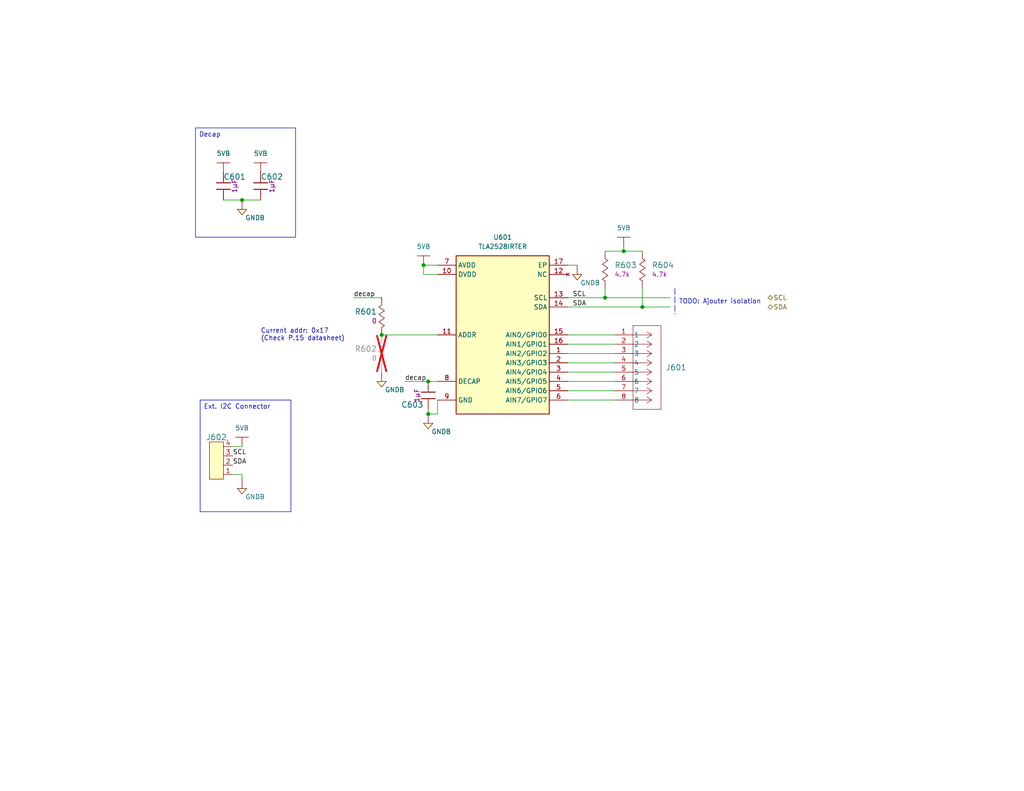
<source format=kicad_sch>
(kicad_sch (version 20231120) (generator "eeschema") (generator_version "8.0")
  (paper "USLetter")
  (lib_symbols
    (symbol "ADC:TLA2528IRTER"
      (property "Reference" "U" (at 31.75 22.86 0))
      (property "Value" "TLA2528IRTER" (at 31.75 20.32 0))
      (symbol "TLA2528IRTER_1_1"
        (rectangle (start 5.08 17.78) (end 30.48 -25.4) (stroke (width 0.254)) (fill (type background)))
        (pin passive line (at 0 -8.89 0) (length 5.08) (name "AIN2/GPIO2") (number "1"))
        (pin passive line (at 35.56 12.7 180) (length 5.08) (name "DVDD") (number "10"))
        (pin passive line (at 35.56 -3.81 180) (length 5.08) (name "ADDR") (number "11"))
        (pin no_connect line (at 0 12.7 0) (length 5.08) (name "NC") (number "12"))
        (pin passive line (at 0 6.35 0) (length 5.08) (name "SCL") (number "13"))
        (pin passive line (at 0 3.81 0) (length 5.08) (name "SDA") (number "14"))
        (pin passive line (at 0 -3.81 0) (length 5.08) (name "AIN0/GPIO0") (number "15"))
        (pin passive line (at 0 -6.35 0) (length 5.08) (name "AIN1/GPIO1") (number "16"))
        (pin passive line (at 0 15.24 0) (length 5.08) (name "EP") (number "17"))
        (pin passive line (at 0 -11.43 0) (length 5.08) (name "AIN3/GPIO3") (number "2"))
        (pin passive line (at 0 -13.97 0) (length 5.08) (name "AIN4/GPIO4") (number "3"))
        (pin passive line (at 0 -16.51 0) (length 5.08) (name "AIN5/GPIO5") (number "4"))
        (pin passive line (at 0 -19.05 0) (length 5.08) (name "AIN6/GPIO6") (number "5"))
        (pin passive line (at 0 -21.59 0) (length 5.08) (name "AIN7/GPIO7") (number "6"))
        (pin passive line (at 35.56 15.24 180) (length 5.08) (name "AVDD") (number "7"))
        (pin passive line (at 35.56 -16.51 180) (length 5.08) (name "DECAP") (number "8"))
        (pin passive line (at 35.56 -21.59 180) (length 5.08) (name "GND") (number "9"))
      )
    )
    (symbol "Capacitors:885012106022" (pin_numbers hide) (pin_names (offset 0) hide)
      (property "Reference" "C" (at -1.27 4.064 0))
      (property "Capacitance (Farad)" "1µF" (at -1.27 -3.048 0))
      (symbol "885012106022_0_1"
        (polyline (pts (xy -2.54 0) (xy -2.286 0)))
        (polyline (pts (xy -2.159 1.905) (xy -2.159 -1.905)) (stroke (width 0.254)))
        (polyline (pts (xy -0.381 1.905) (xy -0.381 -1.905)) (stroke (width 0.254)))
        (polyline (pts (xy 0 0) (xy -0.254 0)))
        (polyline (pts (xy 0.635 0) (xy 1.27 0)))
      )
      (symbol "885012106022_1_1"
        (pin passive line (at -5.08 0 0) (length 2.54) (name "1") (number "1"))
        (pin passive line (at 2.54 0 180) (length 2.54) (name "2") (number "2"))
      )
    )
    (symbol "Connectors:2350514-8" (pin_names (offset 0.254))
      (property "Reference" "J" (at 8.89 6.35 0))
      (symbol "2350514-8_1_1"
        (polyline (pts (xy 5.08 -20.32) (xy 12.7 -20.32)) (stroke (width 0.127)))
        (polyline (pts (xy 5.08 2.54) (xy 5.08 -20.32)) (stroke (width 0.127)))
        (polyline (pts (xy 10.16 -17.78) (xy 5.08 -17.78)) (stroke (width 0.127)))
        (polyline (pts (xy 10.16 -17.78) (xy 8.89 -18.6267)) (stroke (width 0.127)))
        (polyline (pts (xy 10.16 -17.78) (xy 8.89 -16.9333)) (stroke (width 0.127)))
        (polyline (pts (xy 10.16 -15.24) (xy 5.08 -15.24)) (stroke (width 0.127)))
        (polyline (pts (xy 10.16 -15.24) (xy 8.89 -16.0867)) (stroke (width 0.127)))
        (polyline (pts (xy 10.16 -15.24) (xy 8.89 -14.3933)) (stroke (width 0.127)))
        (polyline (pts (xy 10.16 -12.7) (xy 5.08 -12.7)) (stroke (width 0.127)))
        (polyline (pts (xy 10.16 -12.7) (xy 8.89 -13.5467)) (stroke (width 0.127)))
        (polyline (pts (xy 10.16 -12.7) (xy 8.89 -11.8533)) (stroke (width 0.127)))
        (polyline (pts (xy 10.16 -10.16) (xy 5.08 -10.16)) (stroke (width 0.127)))
        (polyline (pts (xy 10.16 -10.16) (xy 8.89 -11.0067)) (stroke (width 0.127)))
        (polyline (pts (xy 10.16 -10.16) (xy 8.89 -9.3133)) (stroke (width 0.127)))
        (polyline (pts (xy 10.16 -7.62) (xy 5.08 -7.62)) (stroke (width 0.127)))
        (polyline (pts (xy 10.16 -7.62) (xy 8.89 -8.4667)) (stroke (width 0.127)))
        (polyline (pts (xy 10.16 -7.62) (xy 8.89 -6.7733)) (stroke (width 0.127)))
        (polyline (pts (xy 10.16 -5.08) (xy 5.08 -5.08)) (stroke (width 0.127)))
        (polyline (pts (xy 10.16 -5.08) (xy 8.89 -5.9267)) (stroke (width 0.127)))
        (polyline (pts (xy 10.16 -5.08) (xy 8.89 -4.2333)) (stroke (width 0.127)))
        (polyline (pts (xy 10.16 -2.54) (xy 5.08 -2.54)) (stroke (width 0.127)))
        (polyline (pts (xy 10.16 -2.54) (xy 8.89 -3.3867)) (stroke (width 0.127)))
        (polyline (pts (xy 10.16 -2.54) (xy 8.89 -1.6933)) (stroke (width 0.127)))
        (polyline (pts (xy 10.16 0) (xy 5.08 0)) (stroke (width 0.127)))
        (polyline (pts (xy 10.16 0) (xy 8.89 -0.8467)) (stroke (width 0.127)))
        (polyline (pts (xy 10.16 0) (xy 8.89 0.8467)) (stroke (width 0.127)))
        (polyline (pts (xy 12.7 -20.32) (xy 12.7 2.54)) (stroke (width 0.127)))
        (polyline (pts (xy 12.7 2.54) (xy 5.08 2.54)) (stroke (width 0.127)))
        (pin unspecified line (at 0 0 0) (length 5.08) (name "1") (number "1"))
        (pin unspecified line (at 0 -2.54 0) (length 5.08) (name "2") (number "2"))
        (pin unspecified line (at 0 -5.08 0) (length 5.08) (name "3") (number "3"))
        (pin unspecified line (at 0 -7.62 0) (length 5.08) (name "4") (number "4"))
        (pin unspecified line (at 0 -10.16 0) (length 5.08) (name "5") (number "5"))
        (pin unspecified line (at 0 -12.7 0) (length 5.08) (name "6") (number "6"))
        (pin unspecified line (at 0 -15.24 0) (length 5.08) (name "7") (number "7"))
        (pin unspecified line (at 0 -17.78 0) (length 5.08) (name "8") (number "8"))
      )
      (symbol "2350514-8_1_2"
        (polyline (pts (xy 5.08 -20.32) (xy 12.7 -20.32)) (stroke (width 0.127)))
        (polyline (pts (xy 5.08 2.54) (xy 5.08 -20.32)) (stroke (width 0.127)))
        (polyline (pts (xy 7.62 -17.78) (xy 5.08 -17.78)) (stroke (width 0.127)))
        (polyline (pts (xy 7.62 -17.78) (xy 8.89 -18.6267)) (stroke (width 0.127)))
        (polyline (pts (xy 7.62 -17.78) (xy 8.89 -16.9333)) (stroke (width 0.127)))
        (polyline (pts (xy 7.62 -15.24) (xy 5.08 -15.24)) (stroke (width 0.127)))
        (polyline (pts (xy 7.62 -15.24) (xy 8.89 -16.0867)) (stroke (width 0.127)))
        (polyline (pts (xy 7.62 -15.24) (xy 8.89 -14.3933)) (stroke (width 0.127)))
        (polyline (pts (xy 7.62 -12.7) (xy 5.08 -12.7)) (stroke (width 0.127)))
        (polyline (pts (xy 7.62 -12.7) (xy 8.89 -13.5467)) (stroke (width 0.127)))
        (polyline (pts (xy 7.62 -12.7) (xy 8.89 -11.8533)) (stroke (width 0.127)))
        (polyline (pts (xy 7.62 -10.16) (xy 5.08 -10.16)) (stroke (width 0.127)))
        (polyline (pts (xy 7.62 -10.16) (xy 8.89 -11.0067)) (stroke (width 0.127)))
        (polyline (pts (xy 7.62 -10.16) (xy 8.89 -9.3133)) (stroke (width 0.127)))
        (polyline (pts (xy 7.62 -7.62) (xy 5.08 -7.62)) (stroke (width 0.127)))
        (polyline (pts (xy 7.62 -7.62) (xy 8.89 -8.4667)) (stroke (width 0.127)))
        (polyline (pts (xy 7.62 -7.62) (xy 8.89 -6.7733)) (stroke (width 0.127)))
        (polyline (pts (xy 7.62 -5.08) (xy 5.08 -5.08)) (stroke (width 0.127)))
        (polyline (pts (xy 7.62 -5.08) (xy 8.89 -5.9267)) (stroke (width 0.127)))
        (polyline (pts (xy 7.62 -5.08) (xy 8.89 -4.2333)) (stroke (width 0.127)))
        (polyline (pts (xy 7.62 -2.54) (xy 5.08 -2.54)) (stroke (width 0.127)))
        (polyline (pts (xy 7.62 -2.54) (xy 8.89 -3.3867)) (stroke (width 0.127)))
        (polyline (pts (xy 7.62 -2.54) (xy 8.89 -1.6933)) (stroke (width 0.127)))
        (polyline (pts (xy 7.62 0) (xy 5.08 0)) (stroke (width 0.127)))
        (polyline (pts (xy 7.62 0) (xy 8.89 -0.8467)) (stroke (width 0.127)))
        (polyline (pts (xy 7.62 0) (xy 8.89 0.8467)) (stroke (width 0.127)))
        (polyline (pts (xy 12.7 -20.32) (xy 12.7 2.54)) (stroke (width 0.127)))
        (polyline (pts (xy 12.7 2.54) (xy 5.08 2.54)) (stroke (width 0.127)))
        (pin unspecified line (at 0 0 0) (length 5.08) (name "1") (number "1"))
        (pin unspecified line (at 0 -2.54 0) (length 5.08) (name "2") (number "2"))
        (pin unspecified line (at 0 -5.08 0) (length 5.08) (name "3") (number "3"))
        (pin unspecified line (at 0 -7.62 0) (length 5.08) (name "4") (number "4"))
        (pin unspecified line (at 0 -10.16 0) (length 5.08) (name "5") (number "5"))
        (pin unspecified line (at 0 -12.7 0) (length 5.08) (name "6") (number "6"))
        (pin unspecified line (at 0 -15.24 0) (length 5.08) (name "7") (number "7"))
        (pin unspecified line (at 0 -17.78 0) (length 5.08) (name "8") (number "8"))
      )
    )
    (symbol "Connectors:XH-4A connector" (pin_names (offset 0) hide)
      (property "Reference" "J" (at -1.27 10.16 0))
      (symbol "XH-4A connector_0_0"
        (rectangle (start -3.81 8.89) (end 0 -1.27) (fill (type background)))
      )
      (symbol "XH-4A connector_1_1"
        (pin passive line (at 2.54 0 180) (length 2.54) (name "~") (number "1"))
        (pin passive line (at 2.54 2.54 180) (length 2.54) (name "~") (number "2"))
        (pin passive line (at 2.54 5.08 180) (length 2.54) (name "~") (number "3"))
        (pin passive line (at 2.54 7.62 180) (length 2.54) (name "~") (number "4"))
      )
    )
    (symbol "Power_Port:5VB" (power) (pin_numbers hide) (pin_names (offset 0) hide)
      (property "Value" "5VB" (at -0.254 3.556 0))
      (symbol "5VB_0_1"
        (polyline (pts (xy -1.778 2.54) (xy 0 2.54)))
        (polyline (pts (xy 0 0) (xy 0 2.54)))
        (polyline (pts (xy 0 2.54) (xy 1.778 2.54)))
      )
      (symbol "5VB_1_1"
        (pin power_in line (at 0 0 90) (length 0) hide (name "5VB") (number "1"))
      )
    )
    (symbol "Power_Port:GNDB" (power) (pin_numbers hide) (pin_names (offset 0) hide)
      (property "Value" "GNDB" (at 0 -2.54 0))
      (symbol "GNDB_0_1"
        (polyline (pts (xy 0 0) (xy 1.27 0)))
        (polyline (pts (xy -1.27 0) (xy 0 -1.524) (xy 1.27 0)) (fill (type background)))
        (polyline (pts (xy 0 2.54) (xy 0 0) (xy -1.27 0)))
      )
      (symbol "GNDB_1_1"
        (pin power_in line (at 0 2.54 90) (length 0) hide (name "GNDB") (number "1"))
      )
    )
    (symbol "Resistors:RC0805JR-070RL" (pin_numbers hide) (pin_names (offset 0) hide)
      (property "Reference" "R" (at 0 2.032 0))
      (property "Resistance (Ohms)" "0" (at 0 -1.778 0))
      (symbol "RC0805JR-070RL_0_1"
        (rectangle (start -3.048 0) (end -3.81 0))
        (polyline (pts (xy -3.048 0) (xy -2.54 0.762) (xy -2.032 0) (xy -1.524 -0.762) (xy -1.016 0) (xy -0.508 0.762) (xy 0 0) (xy 0.508 -0.762) (xy 1.016 0) (xy 1.524 0.762) (xy 2.032 0) (xy 2.54 -0.762) (xy 3.048 0)))
        (rectangle (start 3.81 0) (end 3.048 0))
      )
      (symbol "RC0805JR-070RL_1_1"
        (pin passive line (at -5.08 0 0) (length 1.27) (name "1") (number "1"))
        (pin passive line (at 5.08 0 180) (length 1.27) (name "2") (number "2"))
      )
    )
    (symbol "Resistors:RC0805JR-074K7L" (pin_numbers hide) (pin_names (offset 0) hide)
      (property "Reference" "R" (at 0 2.032 0))
      (property "Resistance (Ohms)" "4.7k" (at 0 -1.778 0))
      (symbol "RC0805JR-074K7L_0_1"
        (rectangle (start -3.048 0) (end -3.81 0))
        (polyline (pts (xy -3.048 0) (xy -2.54 0.762) (xy -2.032 0) (xy -1.524 -0.762) (xy -1.016 0) (xy -0.508 0.762) (xy 0 0) (xy 0.508 -0.762) (xy 1.016 0) (xy 1.524 0.762) (xy 2.032 0) (xy 2.54 -0.762) (xy 3.048 0)))
        (rectangle (start 3.81 0) (end 3.048 0))
      )
      (symbol "RC0805JR-074K7L_1_1"
        (pin passive line (at -5.08 0 0) (length 1.27) (name "1") (number "1"))
        (pin passive line (at 5.08 0 180) (length 1.27) (name "2") (number "2"))
      )
    )
  )
  (junction (at 116.84 104.14))
  (junction (at 66.04 54.61))
  (junction (at 165.1 81.28))
  (junction (at 170.18 68.58))
  (junction (at 116.84 113.03))
  (junction (at 115.57 72.39))
  (junction (at 175.26 83.82))
  (junction (at 104.14 91.44))
  (wire (pts (xy 154.94 104.14) (xy 167.64 104.14)))
  (wire (pts (xy 63.5 129.54) (xy 66.04 129.54)))
  (wire (pts (xy 165.1 81.28) (xy 182.88 81.28)))
  (wire (pts (xy 165.1 78.74) (xy 165.1 81.28)))
  (wire (pts (xy 154.94 96.52) (xy 167.64 96.52)))
  (wire (pts (xy 104.14 91.44) (xy 119.38 91.44)))
  (wire (pts (xy 165.1 81.28) (xy 154.94 81.28)))
  (wire (pts (xy 60.96 54.61) (xy 66.04 54.61)))
  (wire (pts (xy 119.38 113.03) (xy 119.38 109.22)))
  (wire (pts (xy 116.84 104.14) (xy 119.38 104.14)))
  (polyline (pts (xy 184.15 78.74) (xy 184.15 85.725)) (stroke (width 0) (type dash)))
  (wire (pts (xy 165.1 68.58) (xy 170.18 68.58)))
  (wire (pts (xy 66.04 129.54) (xy 66.04 130.81)))
  (wire (pts (xy 154.94 83.82) (xy 175.26 83.82)))
  (wire (pts (xy 66.04 54.61) (xy 71.12 54.61)))
  (wire (pts (xy 154.94 109.22) (xy 167.64 109.22)))
  (wire (pts (xy 154.94 91.44) (xy 167.64 91.44)))
  (wire (pts (xy 154.94 72.39) (xy 157.48 72.39)))
  (wire (pts (xy 175.26 83.82) (xy 182.88 83.82)))
  (wire (pts (xy 116.84 113.03) (xy 119.38 113.03)))
  (wire (pts (xy 116.84 113.03) (xy 116.84 111.76)))
  (wire (pts (xy 63.5 121.92) (xy 66.04 121.92)))
  (wire (pts (xy 104.14 81.28) (xy 96.52 81.28)))
  (wire (pts (xy 170.18 67.31) (xy 170.18 68.58)))
  (wire (pts (xy 154.94 106.68) (xy 167.64 106.68)))
  (wire (pts (xy 119.38 74.93) (xy 115.57 74.93)))
  (wire (pts (xy 154.94 93.98) (xy 167.64 93.98)))
  (wire (pts (xy 115.57 74.93) (xy 115.57 72.39)))
  (wire (pts (xy 115.57 72.39) (xy 119.38 72.39)))
  (wire (pts (xy 154.94 99.06) (xy 167.64 99.06)))
  (wire (pts (xy 110.49 104.14) (xy 116.84 104.14)))
  (wire (pts (xy 170.18 68.58) (xy 175.26 68.58)))
  (wire (pts (xy 175.26 83.82) (xy 175.26 78.74)))
  (wire (pts (xy 154.94 101.6) (xy 167.64 101.6)))
  (text_box "Ext. I2C Connector" (at 54.61 109.22 0) (size 24.765 30.48) (effects (font (size 1.27 1.27)) (justify left top)))
  (text_box "Decap" (at 53.34 34.925 0) (size 27.305 29.845) (effects (font (size 1.27 1.27)) (justify left top)))
  (text "Current addr: 0x17 \n(Check P.15 datasheet)" (at 71.12 93.218 0) (effects (font (size 1.27 1.27)) (justify left bottom)))
  (text "TODO: Ajouter isolation" (at 196.469 82.423 0) (effects (font (size 1.27 1.27))))
  (label "SDA" (at 63.5 127 0))
  (label "decap" (at 110.49 104.14 0))
  (label "decap" (at 96.52 81.28 0))
  (label "SDA" (at 156.21 83.82 0))
  (label "SCL" (at 156.21 81.28 0))
  (label "SCL" (at 63.5 124.46 0))
  (hierarchical_label "SCL" (shape bidirectional) (at 209.55 81.28 0))
  (hierarchical_label "SDA" (shape bidirectional) (at 209.55 83.82 0))
  (symbol (lib_id "Power_Port:GNDB") (at 116.84 115.57 0) (unit 1)
    (property "Reference" "#PWR0605" (effects (hide yes)))
    (property "Value" "GNDB" (at 120.396 117.856 0))
  )
  (symbol (lib_id "Power_Port:5VB") (at 66.04 121.92 0) (unit 1)
    (property "Reference" "#PWR0607" (effects (hide yes)))
    (property "Value" "5VB" (at 66.04 116.84 0))
  )
  (symbol (lib_id "Power_Port:5VB") (at 170.18 67.31 0) (unit 1)
    (property "Reference" "#PWR0609" (effects (hide yes)))
    (property "Value" "5VB" (at 170.18 62.23 0))
  )
  (symbol (lib_id "Power_Port:5VB") (at 60.96 46.99 0) (unit 1)
    (property "Reference" "#PWR0602" (effects (hide yes)))
    (property "Value" "5VB" (at 60.96 41.91 0))
  )
  (symbol (lib_id "Power_Port:GNDB") (at 66.04 133.35 0) (unit 1)
    (property "Reference" "#PWR0608" (effects (hide yes)))
    (property "Value" "GNDB" (at 69.596 135.636 0))
  )
  (symbol (lib_id "Power_Port:GNDB") (at 66.04 57.15 0) (unit 1)
    (property "Reference" "#PWR0604" (effects (hide yes)))
    (property "Value" "GNDB" (at 69.596 59.436 0))
  )
  (symbol (lib_id "ADC:TLA2528IRTER") (at 154.94 87.63 0) (mirror y) (unit 1)
    (property "Reference" "U601" (at 137.16 64.77 0))
    (property "Value" "TLA2528IRTER" (at 137.16 67.31 0))
    (property "Footprint" "QFN50P300X300X80-17N-D" (effects (hide yes)))
    (property "Datasheet" "https://www.ti.com/lit/ds/symlink/tla2528.pdf?ts=1596615195592&ref_url=https%253A%252F%252Fwww.ti.com%252Fproduct%252FTLA2528%253Futm_source%253Dgoogle%2526utm_medium%253Dcpc%2526utm_campaign%253Dasc-null-null-gpn_en-cpc-pf-google-eu%2526utm_content%253Dt" (effects (hide yes)))
    (property "Description" "Analog to Digital Converters - ADC Small 8-channel 12-bit analog-to-digital converter (ADC) with I2C interface and GPIOs 16-WQFN -40 to 85" (effects (hide yes)))
    (property "Height" "0.8" (effects (hide yes)))
    (property "Mouser Part Number" "595-TLA2528IRTER" (effects (hide yes)))
    (property "Mouser Price/Stock" "https://www.mouser.co.uk/ProductDetail/Texas-Instruments/TLA2528IRTER?qs=%252B6g0mu59x7KfRzJN7APgZw%3D%3D" (effects (hide yes)))
    (property "Manufacturer_Name" "Texas Instruments" (effects (hide yes)))
    (property "Manufacturer_Part_Number" "TLA2528IRTER" (effects (hide yes)))
  )
  (symbol (lib_id "Power_Port:5VB") (at 115.57 72.39 0) (unit 1)
    (property "Reference" "#PWR0601" (effects (hide yes)))
    (property "Value" "5VB" (at 115.57 67.31 0))
  )
  (symbol (lib_id "Resistors:RC0805JR-074K7L") (at 165.1 73.66 90) (unit 1)
    (property "Reference" "R603" (at 167.64 72.3899 90) (effects (font (size 1.524 1.524)) (justify right)))
    (property "Value" "RC0805JR-074K7L" (effects (hide yes)))
    (property "Footprint" "Resistors:R0805" (effects (hide yes)))
    (property "Datasheet" "http://www.yageo.com/documents/recent/PYu-RC_Group_51_RoHS_L_7.pdf" (effects (hide yes)))
    (property "Description" "RES SMD 4.7K OHM 5% 1/8W 0805" (effects (hide yes)))
    (property "Supplier" "Digikey" (effects (hide yes)))
    (property "Supplier Part Number" "311-4.7KARCT-ND" (effects (hide yes)))
    (property "Manufacturer" "Yageo" (effects (hide yes)))
    (property "Manufacturer Part Number" "RC0805JR-074K7L" (effects (hide yes)))
    (property "Resistance (Ohms)" "4.7k" (at 167.64 74.9299 90) (effects (justify right)))
    (property "Tolerance (%)" "±5%" (effects (hide yes)))
    (property "Puissance (Watts)" "1/8W" (effects (hide yes)))
  )
  (symbol (lib_id "Power_Port:GNDB") (at 104.14 104.14 0) (unit 1)
    (property "Reference" "#PWR0606" (effects (hide yes)))
    (property "Value" "GNDB" (at 107.696 106.426 0))
  )
  (symbol (lib_id "Power_Port:5VB") (at 71.12 46.99 0) (unit 1)
    (property "Reference" "#PWR0603" (effects (hide yes)))
    (property "Value" "5VB" (at 71.12 41.91 0))
  )
  (symbol (lib_id "Connectors:2350514-8") (at 167.64 91.44 0) (unit 1)
    (property "Reference" "J601" (at 181.61 100.3299 0) (effects (font (size 1.524 1.524)) (justify left)))
    (property "Value" "2350514-8" (effects (hide yes)))
    (property "Footprint" "Connectors:CONN8_2350514-8_TEC" (effects (hide yes)))
    (property "Description" "Terminal block 8pos 3.5mm" (effects (hide yes)))
    (property "Manufacturer" "TE Connectivity" (effects (hide yes)))
    (property "Manufacturer Part Number" "2350514-8" (effects (hide yes)))
    (property "Supplier" "Digikey" (effects (hide yes)))
    (property "Supplier Part Number" "A145383-ND" (effects (hide yes)))
  )
  (symbol (lib_id "Connectors:XH-4A connector") (at 60.96 129.54 0) (unit 1)
    (property "Reference" "J602" (at 59.055 119.38 0) (effects (font (size 1.524 1.524))))
    (property "Value" "XH-4A connector" (effects (hide yes)))
    (property "Footprint" "Connectors:XH-4A" (effects (hide yes)))
    (property "Datasheet" "D" (effects (hide yes)))
    (property "Description" "Pin Male Single Row Pin Header Strip" (effects (hide yes)))
    (property "Supplier" "Ebay" (effects (hide yes)))
    (property "Manufacturer" "Manufacturer" (effects (hide yes)))
    (property "Manufacturer Part Number" "Manufacturer Part Number" (effects (hide yes)))
  )
  (symbol (lib_id "Resistors:RC0805JR-074K7L") (at 175.26 73.66 90) (unit 1)
    (property "Reference" "R604" (at 177.8 72.3899 90) (effects (font (size 1.524 1.524)) (justify right)))
    (property "Value" "RC0805JR-074K7L" (effects (hide yes)))
    (property "Footprint" "Resistors:R0805" (effects (hide yes)))
    (property "Datasheet" "http://www.yageo.com/documents/recent/PYu-RC_Group_51_RoHS_L_7.pdf" (effects (hide yes)))
    (property "Description" "RES SMD 4.7K OHM 5% 1/8W 0805" (effects (hide yes)))
    (property "Supplier" "Digikey" (effects (hide yes)))
    (property "Supplier Part Number" "311-4.7KARCT-ND" (effects (hide yes)))
    (property "Manufacturer" "Yageo" (effects (hide yes)))
    (property "Manufacturer Part Number" "RC0805JR-074K7L" (effects (hide yes)))
    (property "Resistance (Ohms)" "4.7k" (at 177.8 74.9299 90) (effects (justify right)))
    (property "Tolerance (%)" "±5%" (effects (hide yes)))
    (property "Puissance (Watts)" "1/8W" (effects (hide yes)))
  )
  (symbol (lib_id "Capacitors:885012106022") (at 71.12 49.53 90) (unit 1)
    (property "Reference" "C602" (at 71.12 48.26 90) (effects (font (size 1.524 1.524)) (justify right)))
    (property "Value" "885012107015" (effects (hide yes)))
    (property "Footprint" "Capacitors:C0603" (effects (hide yes)))
    (property "Datasheet" "https://www.we-online.de/katalog/datasheet/885012106022.pdf" (effects (hide yes)))
    (property "Description" "CAP CER 1UF 25V X5R 0603" (effects (hide yes)))
    (property "Supplier" "Digikey" (effects (hide yes)))
    (property "Supplier Part Number" "732-7919-1-ND" (effects (hide yes)))
    (property "Manufacturer" "Wurth Electronics Inc." (effects (hide yes)))
    (property "Manufacturer Part Number" "885012106022" (effects (hide yes)))
    (property "Capacitance (Farad)" "1µF" (at 74.168 50.8 0))
    (property "Tolerance (%)" "±20%" (effects (hide yes)))
    (property "Voltage Rated (Volt)" "25V" (effects (hide yes)))
  )
  (symbol (lib_id "Capacitors:885012106022") (at 60.96 49.53 90) (unit 1)
    (property "Reference" "C601" (at 60.96 48.26 90) (effects (font (size 1.524 1.524)) (justify right)))
    (property "Value" "885012107015" (effects (hide yes)))
    (property "Footprint" "Capacitors:C0603" (effects (hide yes)))
    (property "Datasheet" "https://www.we-online.de/katalog/datasheet/885012106022.pdf" (effects (hide yes)))
    (property "Description" "CAP CER 1UF 25V X5R 0603" (effects (hide yes)))
    (property "Supplier" "Digikey" (effects (hide yes)))
    (property "Supplier Part Number" "732-7919-1-ND" (effects (hide yes)))
    (property "Manufacturer" "Wurth Electronics Inc." (effects (hide yes)))
    (property "Manufacturer Part Number" "885012106022" (effects (hide yes)))
    (property "Capacitance (Farad)" "1µF" (at 64.008 50.8 0))
    (property "Tolerance (%)" "±20%" (effects (hide yes)))
    (property "Voltage Rated (Volt)" "25V" (effects (hide yes)))
  )
  (symbol (lib_id "Resistors:RC0805JR-070RL") (at 104.14 86.36 90) (mirror x) (unit 1)
    (property "Reference" "R601" (at 102.87 85.09 90) (effects (font (size 1.524 1.524)) (justify left)))
    (property "Value" "RC0805JR-070RL" (effects (hide yes)))
    (property "Footprint" "Resistors:R0603" (effects (hide yes)))
    (property "Datasheet" "http://www.yageo.com/documents/recent/PYu-RC_Group_51_RoHS_L_7.pdf" (effects (hide yes)))
    (property "Description" "RES SMD 0.0 OHM JUMPER 1/8W 0805" (effects (hide yes)))
    (property "Supplier" "Digikey" (effects (hide yes)))
    (property "Supplier Part Number" "311-0.0ARCT-ND" (effects (hide yes)))
    (property "Manufacturer" "Yageo" (effects (hide yes)))
    (property "Manufacturer Part Number" "RC0805JR-070RL" (effects (hide yes)))
    (property "Resistance (Ohms)" "0" (at 102.87 87.63 90) (effects (justify left)))
    (property "Tolerance (%)" "0" (effects (hide yes)))
    (property "Puissance (Watts)" "1/8W" (effects (hide yes)))
  )
  (symbol (lib_id "Resistors:RC0805JR-070RL") (at 104.14 96.52 90) (mirror x) (unit 1) (dnp yes)
    (property "Reference" "R602" (at 102.87 95.25 90) (effects (font (size 1.524 1.524)) (justify left)))
    (property "Value" "RC0805JR-070RL" (effects (hide yes)))
    (property "Footprint" "Resistors:R0603" (effects (hide yes)))
    (property "Datasheet" "http://www.yageo.com/documents/recent/PYu-RC_Group_51_RoHS_L_7.pdf" (effects (hide yes)))
    (property "Description" "RES SMD 0.0 OHM JUMPER 1/8W 0805" (effects (hide yes)))
    (property "Supplier" "Digikey" (effects (hide yes)))
    (property "Supplier Part Number" "311-0.0ARCT-ND" (effects (hide yes)))
    (property "Manufacturer" "Yageo" (effects (hide yes)))
    (property "Manufacturer Part Number" "RC0805JR-070RL" (effects (hide yes)))
    (property "Resistance (Ohms)" "0" (at 102.87 97.79 90) (effects (justify left)))
    (property "Tolerance (%)" "0" (effects (hide yes)))
    (property "Puissance (Watts)" "1/8W" (effects (hide yes)))
  )
  (symbol (lib_id "Power_Port:GNDB") (at 157.48 74.93 0) (unit 1)
    (property "Reference" "#PWR0610" (effects (hide yes)))
    (property "Value" "GNDB" (at 161.036 77.216 0))
  )
  (symbol (lib_id "Capacitors:885012106022") (at 116.84 106.68 270) (mirror x) (unit 1)
    (property "Reference" "C603" (at 115.57 110.49 90) (effects (font (size 1.524 1.524)) (justify right)))
    (property "Value" "885012107015" (effects (hide yes)))
    (property "Footprint" "Capacitors:C0603" (effects (hide yes)))
    (property "Datasheet" "https://www.we-online.de/katalog/datasheet/885012106022.pdf" (effects (hide yes)))
    (property "Description" "CAP CER 1UF 25V X5R 0603" (effects (hide yes)))
    (property "Supplier" "Digikey" (effects (hide yes)))
    (property "Supplier Part Number" "732-7919-1-ND" (effects (hide yes)))
    (property "Manufacturer" "Wurth Electronics Inc." (effects (hide yes)))
    (property "Manufacturer Part Number" "885012106022" (effects (hide yes)))
    (property "Capacitance (Farad)" "1µF" (at 113.792 107.95 0))
    (property "Tolerance (%)" "±20%" (effects (hide yes)))
    (property "Voltage Rated (Volt)" "25V" (effects (hide yes)))
  )
)
</source>
